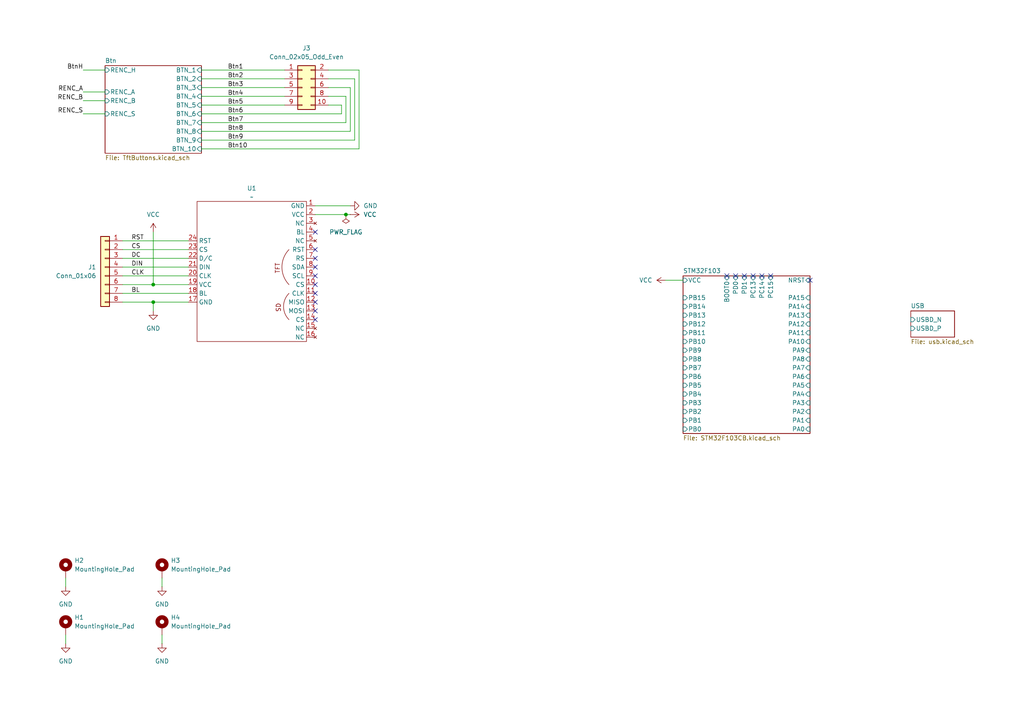
<source format=kicad_sch>
(kicad_sch (version 20231120) (generator "eeschema") (generator_version "8.0")
  (paper "A4")
  (title_block (title "Driver Desk TFT") (date "2024-08-19") (rev "0.0.1") (company "Dcc DIY Tools"))
  (lib_symbols
    (symbol "Connector_Generic:Conn_01x08" (pin_names (offset 1.016) hide)
      (property "Reference" "J" (at 0 10.16 0))
      (property "Value" "Conn_01x08" (at 0 -12.7 0))
      (symbol "Conn_01x08_1_1"
        (rectangle (start -1.27 -10.033) (end 0 -10.287) (stroke (width 0.1524)))
        (rectangle (start -1.27 -7.493) (end 0 -7.747) (stroke (width 0.1524)))
        (rectangle (start -1.27 -4.953) (end 0 -5.207) (stroke (width 0.1524)))
        (rectangle (start -1.27 -2.413) (end 0 -2.667) (stroke (width 0.1524)))
        (rectangle (start -1.27 0.127) (end 0 -0.127) (stroke (width 0.1524)))
        (rectangle (start -1.27 2.667) (end 0 2.413) (stroke (width 0.1524)))
        (rectangle (start -1.27 5.207) (end 0 4.953) (stroke (width 0.1524)))
        (rectangle (start -1.27 7.747) (end 0 7.493) (stroke (width 0.1524)))
        (rectangle (start -1.27 8.89) (end 1.27 -11.43) (stroke (width 0.254)) (fill (type background)))
        (pin passive line (at -5.08 7.62 0) (length 3.81) (name "Pin_1") (number "1"))
        (pin passive line (at -5.08 5.08 0) (length 3.81) (name "Pin_2") (number "2"))
        (pin passive line (at -5.08 2.54 0) (length 3.81) (name "Pin_3") (number "3"))
        (pin passive line (at -5.08 0 0) (length 3.81) (name "Pin_4") (number "4"))
        (pin passive line (at -5.08 -2.54 0) (length 3.81) (name "Pin_5") (number "5"))
        (pin passive line (at -5.08 -5.08 0) (length 3.81) (name "Pin_6") (number "6"))
        (pin passive line (at -5.08 -7.62 0) (length 3.81) (name "Pin_7") (number "7"))
        (pin passive line (at -5.08 -10.16 0) (length 3.81) (name "Pin_8") (number "8"))
      )
    )
    (symbol "Connector_Generic:Conn_02x05_Odd_Even" (pin_names (offset 1.016) hide)
      (property "Reference" "J" (at 1.27 7.62 0))
      (property "Value" "Conn_02x05_Odd_Even" (at 1.27 -7.62 0))
      (symbol "Conn_02x05_Odd_Even_1_1"
        (rectangle (start -1.27 -4.953) (end 0 -5.207) (stroke (width 0.1524)))
        (rectangle (start -1.27 -2.413) (end 0 -2.667) (stroke (width 0.1524)))
        (rectangle (start -1.27 0.127) (end 0 -0.127) (stroke (width 0.1524)))
        (rectangle (start -1.27 2.667) (end 0 2.413) (stroke (width 0.1524)))
        (rectangle (start -1.27 5.207) (end 0 4.953) (stroke (width 0.1524)))
        (rectangle (start -1.27 6.35) (end 3.81 -6.35) (stroke (width 0.254)) (fill (type background)))
        (rectangle (start 3.81 -4.953) (end 2.54 -5.207) (stroke (width 0.1524)))
        (rectangle (start 3.81 -2.413) (end 2.54 -2.667) (stroke (width 0.1524)))
        (rectangle (start 3.81 0.127) (end 2.54 -0.127) (stroke (width 0.1524)))
        (rectangle (start 3.81 2.667) (end 2.54 2.413) (stroke (width 0.1524)))
        (rectangle (start 3.81 5.207) (end 2.54 4.953) (stroke (width 0.1524)))
        (pin passive line (at -5.08 5.08 0) (length 3.81) (name "Pin_1") (number "1"))
        (pin passive line (at 7.62 -5.08 180) (length 3.81) (name "Pin_10") (number "10"))
        (pin passive line (at 7.62 5.08 180) (length 3.81) (name "Pin_2") (number "2"))
        (pin passive line (at -5.08 2.54 0) (length 3.81) (name "Pin_3") (number "3"))
        (pin passive line (at 7.62 2.54 180) (length 3.81) (name "Pin_4") (number "4"))
        (pin passive line (at -5.08 0 0) (length 3.81) (name "Pin_5") (number "5"))
        (pin passive line (at 7.62 0 180) (length 3.81) (name "Pin_6") (number "6"))
        (pin passive line (at -5.08 -2.54 0) (length 3.81) (name "Pin_7") (number "7"))
        (pin passive line (at 7.62 -2.54 180) (length 3.81) (name "Pin_8") (number "8"))
        (pin passive line (at -5.08 -5.08 0) (length 3.81) (name "Pin_9") (number "9"))
      )
    )
    (symbol "DigitalTrains:TFT_1.8 SPI"
      (property "Reference" "U" (at 0 0 0))
      (symbol "TFT_1.8 SPI_0_1"
        (rectangle (start -15.24 20.32) (end 16.51 -20.32))
        (arc (start 11.43 -6.35) (mid 9.8519 -10.16) (end 11.43 -13.97))
        (arc (start 11.43 6.35) (mid 9.3844 1.27) (end 11.43 -3.81))
      )
      (symbol "TFT_1.8 SPI_1_1"
        (text "SD\n" (at 8.382 -10.414 900) (effects (font (size 1.27 1.27))))
        (text "TFT" (at 8.128 1.016 900) (effects (font (size 1.27 1.27))))
        (pin power_in line (at 19.05 19.05 180) (length 2.54) (name "GND") (number "1"))
        (pin input line (at 19.05 -3.81 180) (length 2.54) (name "CS") (number "10"))
        (pin input line (at 19.05 -6.35 180) (length 2.54) (name "CLK") (number "11"))
        (pin output line (at 19.05 -8.89 180) (length 2.54) (name "MISO") (number "12"))
        (pin input line (at 19.05 -11.43 180) (length 2.54) (name "MOSI") (number "13"))
        (pin input line (at 19.05 -13.97 180) (length 2.54) (name "CS") (number "14"))
        (pin no_connect line (at 19.05 -16.51 180) (length 2.54) (name "NC") (number "15"))
        (pin no_connect line (at 19.05 -19.05 180) (length 2.54) (name "NC") (number "16"))
        (pin power_in line (at -17.78 -8.89 0) (length 2.54) (name "GND") (number "17"))
        (pin input line (at -17.78 -6.35 0) (length 2.54) (name "BL") (number "18"))
        (pin power_in line (at -17.78 -3.81 0) (length 2.54) (name "VCC") (number "19"))
        (pin power_in line (at 19.05 16.51 180) (length 2.54) (name "VCC") (number "2"))
        (pin input line (at -17.78 -1.27 0) (length 2.54) (name "CLK") (number "20"))
        (pin input line (at -17.78 1.27 0) (length 2.54) (name "DIN") (number "21"))
        (pin input line (at -17.78 3.81 0) (length 2.54) (name "D/C") (number "22"))
        (pin input line (at -17.78 6.35 0) (length 2.54) (name "CS") (number "23"))
        (pin input line (at -17.78 8.89 0) (length 2.54) (name "RST") (number "24"))
        (pin no_connect line (at 19.05 13.97 180) (length 2.54) (name "NC") (number "3"))
        (pin input line (at 19.05 11.43 180) (length 2.54) (name "BL") (number "4"))
        (pin no_connect line (at 19.05 8.89 180) (length 2.54) (name "NC") (number "5"))
        (pin input line (at 19.05 6.35 180) (length 2.54) (name "RST") (number "6"))
        (pin input line (at 19.05 3.81 180) (length 2.54) (name "RS") (number "7"))
        (pin input line (at 19.05 1.27 180) (length 2.54) (name "SDA") (number "8"))
        (pin input line (at 19.05 -1.27 180) (length 2.54) (name "SCL") (number "9"))
      )
    )
    (symbol "Mechanical:MountingHole_Pad" (pin_numbers hide) (pin_names (offset 1.016) hide) (exclude_from_sim yes) (in_bom no)
      (property "Reference" "H" (at 0 6.35 0))
      (property "Value" "MountingHole_Pad" (at 0 4.445 0))
      (symbol "MountingHole_Pad_0_1"
        (circle (center 0 1.27) (radius 1.27) (stroke (width 1.27)))
      )
      (symbol "MountingHole_Pad_1_1"
        (pin input line (at 0 -2.54 90) (length 2.54) (name "1") (number "1"))
      )
    )
    (symbol "power:GND" (power) (pin_numbers hide) (pin_names (offset 0) hide)
      (property "Value" "GND" (at 0 -3.81 0))
      (symbol "GND_0_1"
        (polyline (pts (xy 0 0) (xy 0 -1.27) (xy 1.27 -1.27) (xy 0 -2.54) (xy -1.27 -1.27) (xy 0 -1.27)))
      )
      (symbol "GND_1_1"
        (pin power_in line (at 0 0 270) (length 0) (name "~") (number "1"))
      )
    )
    (symbol "power:PWR_FLAG" (power) (pin_numbers hide) (pin_names (offset 0) hide)
      (property "Value" "PWR_FLAG" (at 0 3.81 0))
      (symbol "PWR_FLAG_0_0"
        (pin power_out line (at 0 0 90) (length 0) (name "~") (number "1"))
      )
      (symbol "PWR_FLAG_0_1"
        (polyline (pts (xy 0 0) (xy 0 1.27) (xy -1.016 1.905) (xy 0 2.54) (xy 1.016 1.905) (xy 0 1.27)))
      )
    )
    (symbol "power:VCC" (power) (pin_numbers hide) (pin_names (offset 0) hide)
      (property "Value" "VCC" (at 0 3.556 0))
      (symbol "VCC_0_1"
        (polyline (pts (xy -0.762 1.27) (xy 0 2.54)))
        (polyline (pts (xy 0 0) (xy 0 2.54)))
        (polyline (pts (xy 0 2.54) (xy 0.762 1.27)))
      )
      (symbol "VCC_1_1"
        (pin power_in line (at 0 0 90) (length 0) (name "~") (number "1"))
      )
    )
  )
  (junction (at 44.45 87.63))
  (junction (at 100.33 62.23))
  (junction (at 44.45 82.55))
  (no_connect (at 91.44 90.17))
  (no_connect (at 91.44 87.63))
  (no_connect (at 91.44 77.47))
  (no_connect (at 91.44 80.01))
  (no_connect (at 218.44 80.01))
  (no_connect (at 91.44 74.93))
  (no_connect (at 210.82 80.01))
  (no_connect (at 91.44 85.09))
  (no_connect (at 234.95 81.28))
  (no_connect (at 213.36 80.01))
  (no_connect (at 91.44 92.71))
  (no_connect (at 91.44 67.31))
  (no_connect (at 91.44 82.55))
  (no_connect (at 220.98 80.01))
  (no_connect (at 223.52 80.01))
  (no_connect (at 91.44 72.39))
  (no_connect (at 215.9 80.01))
  (wire (pts (xy 91.44 62.23) (xy 100.33 62.23)))
  (wire (pts (xy 19.05 167.64) (xy 19.05 170.18)))
  (wire (pts (xy 100.33 27.94) (xy 100.33 35.56)))
  (wire (pts (xy 100.33 62.23) (xy 101.6 62.23)))
  (wire (pts (xy 35.56 69.85) (xy 54.61 69.85)))
  (wire (pts (xy 24.13 33.02) (xy 30.48 33.02)))
  (wire (pts (xy 102.87 40.64) (xy 102.87 22.86)))
  (wire (pts (xy 101.6 38.1) (xy 101.6 25.4)))
  (wire (pts (xy 44.45 82.55) (xy 54.61 82.55)))
  (wire (pts (xy 104.14 43.18) (xy 58.42 43.18)))
  (wire (pts (xy 35.56 85.09) (xy 54.61 85.09)))
  (wire (pts (xy 24.13 20.32) (xy 30.48 20.32)))
  (wire (pts (xy 99.06 30.48) (xy 95.25 30.48)))
  (wire (pts (xy 35.56 80.01) (xy 54.61 80.01)))
  (wire (pts (xy 95.25 27.94) (xy 100.33 27.94)))
  (wire (pts (xy 101.6 25.4) (xy 95.25 25.4)))
  (wire (pts (xy 193.04 81.28) (xy 198.12 81.28)))
  (wire (pts (xy 35.56 77.47) (xy 54.61 77.47)))
  (wire (pts (xy 46.99 184.15) (xy 46.99 186.69)))
  (wire (pts (xy 46.99 167.64) (xy 46.99 170.18)))
  (wire (pts (xy 44.45 87.63) (xy 44.45 90.17)))
  (wire (pts (xy 35.56 82.55) (xy 44.45 82.55)))
  (wire (pts (xy 102.87 22.86) (xy 95.25 22.86)))
  (wire (pts (xy 58.42 22.86) (xy 82.55 22.86)))
  (wire (pts (xy 44.45 87.63) (xy 54.61 87.63)))
  (wire (pts (xy 19.05 184.15) (xy 19.05 186.69)))
  (wire (pts (xy 95.25 20.32) (xy 104.14 20.32)))
  (wire (pts (xy 35.56 74.93) (xy 54.61 74.93)))
  (wire (pts (xy 104.14 20.32) (xy 104.14 43.18)))
  (wire (pts (xy 58.42 40.64) (xy 102.87 40.64)))
  (wire (pts (xy 58.42 30.48) (xy 82.55 30.48)))
  (wire (pts (xy 91.44 59.69) (xy 101.6 59.69)))
  (wire (pts (xy 24.13 29.21) (xy 30.48 29.21)))
  (wire (pts (xy 58.42 20.32) (xy 82.55 20.32)))
  (wire (pts (xy 58.42 35.56) (xy 100.33 35.56)))
  (wire (pts (xy 58.42 33.02) (xy 99.06 33.02)))
  (wire (pts (xy 35.56 87.63) (xy 44.45 87.63)))
  (wire (pts (xy 24.13 26.67) (xy 30.48 26.67)))
  (wire (pts (xy 58.42 27.94) (xy 82.55 27.94)))
  (wire (pts (xy 58.42 25.4) (xy 82.55 25.4)))
  (wire (pts (xy 58.42 38.1) (xy 101.6 38.1)))
  (wire (pts (xy 99.06 33.02) (xy 99.06 30.48)))
  (wire (pts (xy 44.45 67.31) (xy 44.45 82.55)))
  (wire (pts (xy 35.56 72.39) (xy 54.61 72.39)))
  (label "CS" (at 38.1 72.39 0))
  (label "RST" (at 38.1 69.85 0))
  (label "BtnH" (at 24.13 20.32 180))
  (label "Btn8" (at 66.04 38.1 0))
  (label "Btn2" (at 66.04 22.86 0))
  (label "Btn3" (at 66.04 25.4 0))
  (label "Btn9" (at 66.04 40.64 0))
  (label "Btn10" (at 66.04 43.18 0))
  (label "Btn1" (at 66.04 20.32 0))
  (label "Btn4" (at 66.04 27.94 0))
  (label "RENC_S" (at 24.13 33.02 180))
  (label "DC" (at 38.1 74.93 0))
  (label "BL" (at 38.1 85.09 0))
  (label "DIN" (at 38.1 77.47 0))
  (label "Btn7" (at 66.04 35.56 0))
  (label "RENC_B" (at 24.13 29.21 180))
  (label "CLK" (at 38.1 80.01 0))
  (label "RENC_A" (at 24.13 26.67 180))
  (label "Btn6" (at 66.04 33.02 0))
  (label "Btn5" (at 66.04 30.48 0))
  (symbol (lib_id "Connector_Generic:Conn_01x08") (at 30.48 77.47 0) (mirror y) (unit 1)
    (property "Reference" "J1" (at 27.94 77.4699 0) (effects (justify left)))
    (property "Value" "Conn_01x06" (at 27.94 80.0099 0) (effects (justify left)))
    (property "Footprint" "Connector_PinHeader_2.54mm:PinHeader_1x08_P2.54mm_Vertical" (effects (hide yes)))
    (property "Description" "Generic connector, single row, 01x08, script generated (kicad-library-utils/schlib/autogen/connector/)" (effects (hide yes)))
  )
  (symbol (lib_id "Mechanical:MountingHole_Pad") (at 46.99 181.61 0) (unit 1) (exclude_from_sim yes) (in_bom no)
    (property "Reference" "H4" (at 49.53 179.0699 0) (effects (justify left)))
    (property "Value" "MountingHole_Pad" (at 49.53 181.6099 0) (effects (justify left)))
    (property "Footprint" "MountingHole:MountingHole_2.7mm_M2.5_DIN965_Pad" (effects (hide yes)))
    (property "Description" "Mounting Hole with connection" (effects (hide yes)))
  )
  (symbol (lib_id "power:GND") (at 101.6 59.69 90) (unit 1)
    (property "Reference" "#PWR022" (effects (hide yes)))
    (property "Value" "GND" (at 105.41 59.6899 90) (effects (justify right)))
    (property "Description" "Power symbol creates a global label with name \"GND\" , ground" (effects (hide yes)))
  )
  (symbol (lib_id "Mechanical:MountingHole_Pad") (at 19.05 181.61 0) (unit 1) (exclude_from_sim yes) (in_bom no)
    (property "Reference" "H1" (at 21.59 179.0699 0) (effects (justify left)))
    (property "Value" "MountingHole_Pad" (at 21.59 181.6099 0) (effects (justify left)))
    (property "Footprint" "MountingHole:MountingHole_2.7mm_M2.5_DIN965_Pad" (effects (hide yes)))
    (property "Description" "Mounting Hole with connection" (effects (hide yes)))
  )
  (symbol (lib_id "power:GND") (at 44.45 90.17 0) (unit 1)
    (property "Reference" "#PWR024" (effects (hide yes)))
    (property "Value" "GND" (at 44.45 95.25 0))
    (property "Description" "Power symbol creates a global label with name \"GND\" , ground" (effects (hide yes)))
  )
  (symbol (lib_id "Mechanical:MountingHole_Pad") (at 46.99 165.1 0) (unit 1) (exclude_from_sim yes) (in_bom no)
    (property "Reference" "H3" (at 49.53 162.5599 0) (effects (justify left)))
    (property "Value" "MountingHole_Pad" (at 49.53 165.0999 0) (effects (justify left)))
    (property "Footprint" "MountingHole:MountingHole_2.7mm_M2.5_DIN965_Pad" (effects (hide yes)))
    (property "Description" "Mounting Hole with connection" (effects (hide yes)))
  )
  (symbol (lib_id "power:GND") (at 19.05 170.18 0) (unit 1)
    (property "Reference" "#PWR026" (effects (hide yes)))
    (property "Value" "GND" (at 19.05 175.26 0))
    (property "Description" "Power symbol creates a global label with name \"GND\" , ground" (effects (hide yes)))
  )
  (symbol (lib_id "power:VCC") (at 101.6 62.23 270) (unit 1)
    (property "Reference" "#PWR021" (effects (hide yes)))
    (property "Value" "VCC" (at 105.41 62.2299 90) (effects (justify left)))
    (property "Description" "Power symbol creates a global label with name \"VCC\"" (effects (hide yes)))
  )
  (symbol (lib_id "Mechanical:MountingHole_Pad") (at 19.05 165.1 0) (unit 1) (exclude_from_sim yes) (in_bom no)
    (property "Reference" "H2" (at 21.59 162.5599 0) (effects (justify left)))
    (property "Value" "MountingHole_Pad" (at 21.59 165.0999 0) (effects (justify left)))
    (property "Footprint" "MountingHole:MountingHole_2.7mm_M2.5_DIN965_Pad" (effects (hide yes)))
    (property "Description" "Mounting Hole with connection" (effects (hide yes)))
  )
  (symbol (lib_id "power:VCC") (at 44.45 67.31 0) (unit 1)
    (property "Reference" "#PWR023" (effects (hide yes)))
    (property "Value" "VCC" (at 44.45 62.23 0))
    (property "Description" "Power symbol creates a global label with name \"VCC\"" (effects (hide yes)))
  )
  (symbol (lib_id "power:GND") (at 46.99 186.69 0) (unit 1)
    (property "Reference" "#PWR028" (effects (hide yes)))
    (property "Value" "GND" (at 46.99 191.77 0))
    (property "Description" "Power symbol creates a global label with name \"GND\" , ground" (effects (hide yes)))
  )
  (symbol (lib_id "Connector_Generic:Conn_02x05_Odd_Even") (at 87.63 25.4 0) (unit 1)
    (property "Reference" "J3" (at 88.9 13.97 0))
    (property "Value" "Conn_02x05_Odd_Even" (at 88.9 16.51 0))
    (property "Footprint" "Connector_PinHeader_2.54mm:PinHeader_2x05_P2.54mm_Vertical" (effects (hide yes)))
    (property "Description" "Generic connector, double row, 02x05, odd/even pin numbering scheme (row 1 odd numbers, row 2 even numbers), script generated (kicad-library-utils/schlib/autogen/connector/)" (effects (hide yes)))
  )
  (symbol (lib_id "power:GND") (at 46.99 170.18 0) (unit 1)
    (property "Reference" "#PWR027" (effects (hide yes)))
    (property "Value" "GND" (at 46.99 175.26 0))
    (property "Description" "Power symbol creates a global label with name \"GND\" , ground" (effects (hide yes)))
  )
  (symbol (lib_id "power:VCC") (at 193.04 81.28 90) (unit 1)
    (property "Reference" "#PWR0101" (effects (hide yes)))
    (property "Value" "VCC" (at 189.23 81.2799 90) (effects (justify left)))
    (property "Description" "Power symbol creates a global label with name \"VCC\"" (effects (hide yes)))
  )
  (symbol (lib_id "DigitalTrains:TFT_1.8 SPI") (at 72.39 78.74 0) (unit 1)
    (property "Reference" "U1" (at 73.025 54.61 0))
    (property "Value" "~" (at 73.025 57.15 0))
    (property "Footprint" "DigitalTrains:TFT 1.8 SPI" (effects (hide yes)))
  )
  (symbol (lib_id "power:GND") (at 19.05 186.69 0) (unit 1)
    (property "Reference" "#PWR025" (effects (hide yes)))
    (property "Value" "GND" (at 19.05 191.77 0))
    (property "Description" "Power symbol creates a global label with name \"GND\" , ground" (effects (hide yes)))
  )
  (symbol (lib_id "power:PWR_FLAG") (at 100.33 62.23 180) (unit 1)
    (property "Reference" "#FLG01" (effects (hide yes)))
    (property "Value" "PWR_FLAG" (at 100.33 67.31 0))
    (property "Description" "Special symbol for telling ERC where power comes from" (effects (hide yes)))
  )
  (sheet (at 264.16 90.17) (size 12.7 7.62) (stroke (width 0.1524))
    (property "Sheetname" "USB" (at 264.16 89.4584 0) (effects (justify left bottom)))
    (property "Sheetfile" "usb.kicad_sch" (at 264.16 98.3746 0) (effects (justify left top)))
    (pin "USBD_P" input (at 264.16 95.25 180))
    (pin "USBD_N" input (at 264.16 92.71 180))
  )
  (sheet (at 198.12 80.01) (size 36.83 45.72) (stroke (width 0.1524))
    (property "Sheetname" "STM32F103" (at 198.12 79.2984 0) (effects (justify left bottom)))
    (property "Sheetfile" "STM32F103CB.kicad_sch" (at 198.12 126.3146 0) (effects (justify left top)))
    (pin "VCC" input (at 198.12 81.28 180))
    (pin "PB4" input (at 198.12 114.3 180))
    (pin "PA14" input (at 234.95 88.9 0))
    (pin "PA13" input (at 234.95 91.44 0))
    (pin "PA15" input (at 234.95 86.36 0))
    (pin "PB7" input (at 198.12 106.68 180))
    (pin "PB9" input (at 198.12 101.6 180))
    (pin "PB8" input (at 198.12 104.14 180))
    (pin "PB6" input (at 198.12 109.22 180))
    (pin "PB11" input (at 198.12 96.52 180))
    (pin "PB13" input (at 198.12 91.44 180))
    (pin "PB12" input (at 198.12 93.98 180))
    (pin "PB10" input (at 198.12 99.06 180))
    (pin "BOOT0" input (at 210.82 80.01 90))
    (pin "NRST" input (at 234.95 81.28 0))
    (pin "PD0" input (at 213.36 80.01 90))
    (pin "PD1" input (at 215.9 80.01 90))
    (pin "PC13" input (at 218.44 80.01 90))
    (pin "PB1" input (at 198.12 121.92 180))
    (pin "PC14" input (at 220.98 80.01 90))
    (pin "PC15" input (at 223.52 80.01 90))
    (pin "PB0" input (at 198.12 124.46 180))
    (pin "PB2" input (at 198.12 119.38 180))
    (pin "PB5" input (at 198.12 111.76 180))
    (pin "PB3" input (at 198.12 116.84 180))
    (pin "PB14" input (at 198.12 88.9 180))
    (pin "PB15" input (at 198.12 86.36 180))
    (pin "PA0" input (at 234.95 124.46 0))
    (pin "PA1" input (at 234.95 121.92 0))
    (pin "PA2" input (at 234.95 119.38 0))
    (pin "PA3" input (at 234.95 116.84 0))
    (pin "PA12" input (at 234.95 93.98 0))
    (pin "PA11" input (at 234.95 96.52 0))
    (pin "PA10" input (at 234.95 99.06 0))
    (pin "PA8" input (at 234.95 104.14 0))
    (pin "PA7" input (at 234.95 106.68 0))
    (pin "PA9" input (at 234.95 101.6 0))
    (pin "PA5" input (at 234.95 111.76 0))
    (pin "PA4" input (at 234.95 114.3 0))
    (pin "PA6" input (at 234.95 109.22 0))
  )
  (sheet (at 30.48 19.05) (size 27.94 25.4) (stroke (width 0.1524))
    (property "Sheetname" "Btn" (at 30.48 18.3384 0) (effects (justify left bottom)))
    (property "Sheetfile" "TftButtons.kicad_sch" (at 30.48 45.0346 0) (effects (justify left top)))
    (pin "BTN_7" input (at 58.42 35.56 0))
    (pin "BTN_8" input (at 58.42 38.1 0))
    (pin "BTN_2" input (at 58.42 22.86 0))
    (pin "BTN_3" input (at 58.42 25.4 0))
    (pin "BTN_1" input (at 58.42 20.32 0))
    (pin "BTN_10" input (at 58.42 43.18 0))
    (pin "BTN_9" input (at 58.42 40.64 0))
    (pin "BTN_6" input (at 58.42 33.02 0))
    (pin "BTN_5" input (at 58.42 30.48 0))
    (pin "BTN_4" input (at 58.42 27.94 0))
    (pin "RENC_H" input (at 30.48 20.32 180))
    (pin "RENC_B" input (at 30.48 29.21 180))
    (pin "RENC_A" input (at 30.48 26.67 180))
    (pin "RENC_S" input (at 30.48 33.02 180))
  )
)
</source>
